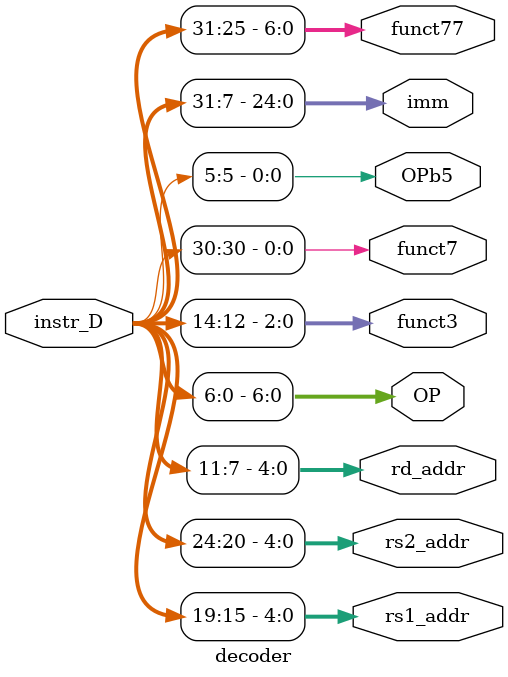
<source format=sv>
module decoder (
  input  logic [31:0]   instr_D   ,
  output logic [4:0]    rs1_addr,
  output logic [4:0]    rs2_addr,
  output logic [4:0]    rd_addr ,
  output logic [6:0]    OP      ,
  output logic [2:0]    funct3  ,
  output logic          funct7  ,
  output logic          OPb5    ,
  output logic [24:0]   imm     ,
  output logic [6:0]    funct77
);
  always_comb begin
    rs1_addr = instr_D[19:15];
	 rs2_addr = instr_D[24:20];
	 rd_addr  = instr_D[11:7];
	 OP       = instr_D[6:0];
	 OPb5	 	 = instr_D[5];
	 funct3   = instr_D[14:12];
	 funct7   = instr_D[30];
	 imm      = instr_D[31:7];
	 funct77  = instr_D[31:25];
  end
   
endmodule
</source>
